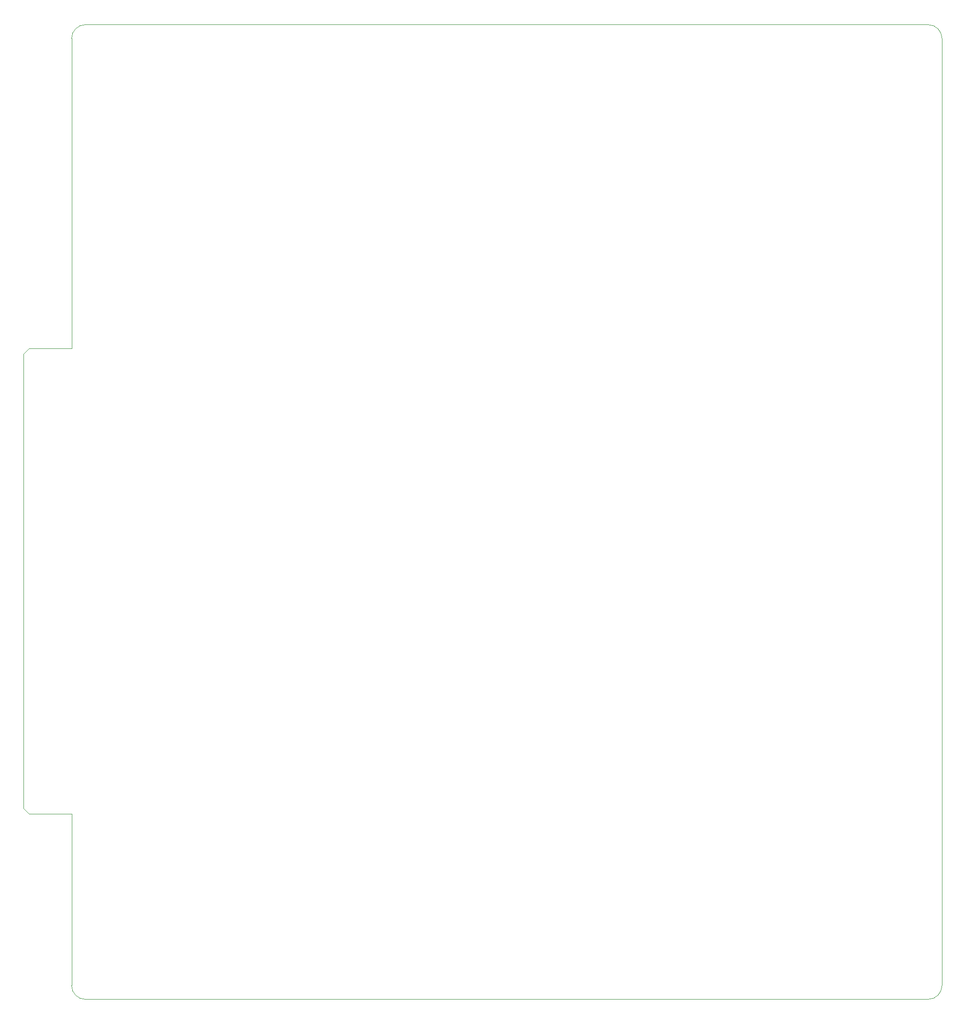
<source format=gbr>
%TF.GenerationSoftware,KiCad,Pcbnew,8.0.0*%
%TF.CreationDate,2024-03-06T22:08:18-05:00*%
%TF.ProjectId,Sentinel 65X - Prototype 4,53656e74-696e-4656-9c20-363558202d20,rev?*%
%TF.SameCoordinates,Original*%
%TF.FileFunction,Profile,NP*%
%FSLAX46Y46*%
G04 Gerber Fmt 4.6, Leading zero omitted, Abs format (unit mm)*
G04 Created by KiCad (PCBNEW 8.0.0) date 2024-03-06 22:08:18*
%MOMM*%
%LPD*%
G01*
G04 APERTURE LIST*
%TA.AperFunction,Profile*%
%ADD10C,0.100000*%
%TD*%
G04 APERTURE END LIST*
D10*
X246633352Y-54247679D02*
X246633352Y-228237679D01*
X86570852Y-54247679D02*
G75*
G02*
X89110852Y-51707652I2540048J-21D01*
G01*
X89110852Y-51707679D02*
X244093352Y-51707679D01*
X244093352Y-51707679D02*
G75*
G02*
X246633421Y-54247679I48J-2540021D01*
G01*
X244093352Y-230777679D02*
X89110852Y-230777679D01*
X246633352Y-228237679D02*
G75*
G02*
X244093352Y-230777652I-2539952J-21D01*
G01*
X86570852Y-228237679D02*
X86570852Y-197122679D01*
X89110852Y-230777679D02*
G75*
G02*
X86570921Y-228237679I48J2539979D01*
G01*
X86570852Y-110762679D02*
X86570852Y-54247679D01*
%TO.C,J3*%
X77680852Y-112212679D02*
X78746549Y-111155099D01*
X77680852Y-195672679D02*
X77680852Y-112212679D01*
X77680852Y-195672679D02*
X78746549Y-196730259D01*
X78746549Y-196730259D02*
X86570852Y-196732998D01*
X86570852Y-111157838D02*
X78746549Y-111155099D01*
X86570852Y-111157838D02*
X86570852Y-110762679D01*
X86570852Y-196732998D02*
X86570852Y-197122679D01*
%TD*%
M02*

</source>
